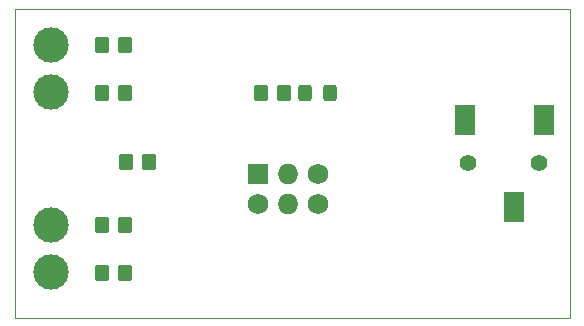
<source format=gbr>
%TF.GenerationSoftware,KiCad,Pcbnew,(6.0.4)*%
%TF.CreationDate,2022-07-05T22:15:58-06:00*%
%TF.ProjectId,fourPostScematic,666f7572-506f-4737-9453-63656d617469,rev?*%
%TF.SameCoordinates,Original*%
%TF.FileFunction,Soldermask,Top*%
%TF.FilePolarity,Negative*%
%FSLAX46Y46*%
G04 Gerber Fmt 4.6, Leading zero omitted, Abs format (unit mm)*
G04 Created by KiCad (PCBNEW (6.0.4)) date 2022-07-05 22:15:58*
%MOMM*%
%LPD*%
G01*
G04 APERTURE LIST*
G04 Aperture macros list*
%AMRoundRect*
0 Rectangle with rounded corners*
0 $1 Rounding radius*
0 $2 $3 $4 $5 $6 $7 $8 $9 X,Y pos of 4 corners*
0 Add a 4 corners polygon primitive as box body*
4,1,4,$2,$3,$4,$5,$6,$7,$8,$9,$2,$3,0*
0 Add four circle primitives for the rounded corners*
1,1,$1+$1,$2,$3*
1,1,$1+$1,$4,$5*
1,1,$1+$1,$6,$7*
1,1,$1+$1,$8,$9*
0 Add four rect primitives between the rounded corners*
20,1,$1+$1,$2,$3,$4,$5,0*
20,1,$1+$1,$4,$5,$6,$7,0*
20,1,$1+$1,$6,$7,$8,$9,0*
20,1,$1+$1,$8,$9,$2,$3,0*%
G04 Aperture macros list end*
%TA.AperFunction,Profile*%
%ADD10C,0.100000*%
%TD*%
%ADD11C,1.400000*%
%ADD12R,1.800000X2.600000*%
%ADD13R,1.727200X1.727200*%
%ADD14C,1.727200*%
%ADD15O,1.727200X1.727200*%
%ADD16RoundRect,0.250000X-0.350000X-0.450000X0.350000X-0.450000X0.350000X0.450000X-0.350000X0.450000X0*%
%ADD17RoundRect,0.250000X0.325000X0.450000X-0.325000X0.450000X-0.325000X-0.450000X0.325000X-0.450000X0*%
%ADD18C,3.000000*%
G04 APERTURE END LIST*
D10*
X68072000Y-55372000D02*
X115062000Y-55372000D01*
X115062000Y-55372000D02*
X115062000Y-81534000D01*
X115062000Y-81534000D02*
X68072000Y-81534000D01*
X68072000Y-81534000D02*
X68072000Y-55372000D01*
D11*
%TO.C,J1*%
X112490000Y-68459500D03*
X106490000Y-68459500D03*
D12*
X112940000Y-64759500D03*
X106190000Y-64759500D03*
X110340000Y-72159500D03*
%TD*%
D13*
%TO.C,X1*%
X88706000Y-69362000D03*
D14*
X88706000Y-71902000D03*
D15*
X91246000Y-69362000D03*
X91246000Y-71902000D03*
D14*
X93786000Y-69362000D03*
X93786000Y-71902000D03*
%TD*%
D16*
%TO.C,R6*%
X88916000Y-62484000D03*
X90916000Y-62484000D03*
%TD*%
%TO.C,R4*%
X75454000Y-77724000D03*
X77454000Y-77724000D03*
%TD*%
D17*
%TO.C,D1*%
X94751000Y-62484000D03*
X92701000Y-62484000D03*
%TD*%
D18*
%TO.C,J3*%
X71120000Y-77660000D03*
X71120000Y-73660000D03*
%TD*%
%TO.C,J2*%
X71120000Y-58420000D03*
X71120000Y-62420000D03*
%TD*%
D16*
%TO.C,R2*%
X75454000Y-62484000D03*
X77454000Y-62484000D03*
%TD*%
%TO.C,R5*%
X77486000Y-68326000D03*
X79486000Y-68326000D03*
%TD*%
%TO.C,R3*%
X75454000Y-73660000D03*
X77454000Y-73660000D03*
%TD*%
%TO.C,R1*%
X75454000Y-58420000D03*
X77454000Y-58420000D03*
%TD*%
M02*

</source>
